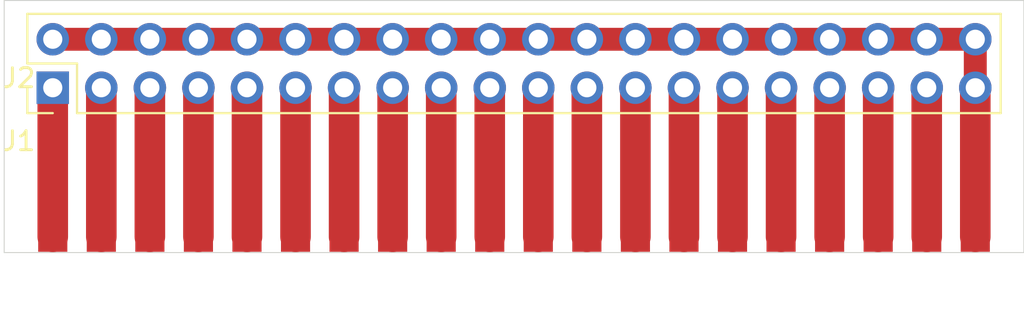
<source format=kicad_pcb>
(kicad_pcb (version 20211014) (generator pcbnew)
  (layers (0 "F.Cu" signal) (31 "B.Cu" signal) (34 "B.Paste" user) (35 "F.Paste" user) (36 "B.SilkS" user "B.Silkscreen") (37 "F.SilkS" user "F.Silkscreen") (38 "B.Mask" user) (39 "F.Mask" user) (44 "Edge.Cuts" user))
  (net 0 "")
  (net 1 "Net-(J1-Pad20)")
  (net 2 "Net-(J1-Pad18)")
  (net 3 "Net-(J1-Pad16)")
  (net 4 "Net-(J1-Pad14)")
  (net 5 "Net-(J1-Pad12)")
  (net 6 "Net-(J1-Pad10)")
  (net 7 "Net-(J1-Pad8)")
  (net 8 "Net-(J1-Pad6)")
  (net 9 "Net-(J1-Pad4)")
  (net 10 "Net-(J1-Pad2)")
  (net 11 "Net-(J1-Pad19)")
  (net 12 "Net-(J1-Pad17)")
  (net 13 "Net-(J1-Pad15)")
  (net 14 "Net-(J1-Pad13)")
  (net 15 "Net-(J1-Pad11)")
  (net 16 "Net-(J1-Pad9)")
  (net 17 "Net-(J1-Pad7)")
  (net 18 "Net-(J1-Pad5)")
  (net 19 "Net-(J1-Pad3)")
  (net 20 "Net-(J1-Pad1)")
  (footprint "Card:Card _Edge_20P" (layer "F.Cu") (at 116.84 124.968)
    (fp_text reference "J1" (at -9.398 -5.842) (layer "F.SilkS"))
    (fp_text value "Conn_01x20_Male")
    (pad "1" smd rect locked (at -7.62 -2.54) (size 1.524 5) (layers "F.Cu" "F.Paste" "F.Mask") (net 20 "Net-(J1-Pad1)"))
    (pad "2" smd rect locked (at -5.08 -2.54) (size 1.524 5) (layers "F.Cu" "F.Paste" "F.Mask") (net 10 "Net-(J1-Pad2)"))
    (pad "3" smd rect locked (at -2.54 -2.54) (size 1.524 5) (layers "F.Cu" "F.Paste" "F.Mask") (net 19 "Net-(J1-Pad3)"))
    (pad "4" smd rect locked (at 0 -2.54) (size 1.524 5) (layers "F.Cu" "F.Paste" "F.Mask") (net 9 "Net-(J1-Pad4)"))
    (pad "5" smd rect locked (at 2.54 -2.54) (size 1.524 5) (layers "F.Cu" "F.Paste" "F.Mask") (net 18 "Net-(J1-Pad5)"))
    (pad "6" smd rect locked (at 5.08 -2.54) (size 1.524 5) (layers "F.Cu" "F.Paste" "F.Mask") (net 8 "Net-(J1-Pad6)"))
    (pad "7" smd rect locked (at 7.62 -2.54) (size 1.524 5) (layers "F.Cu" "F.Paste" "F.Mask") (net 17 "Net-(J1-Pad7)"))
    (pad "8" smd rect locked (at 10.16 -2.54) (size 1.524 5) (layers "F.Cu" "F.Paste" "F.Mask") (net 7 "Net-(J1-Pad8)"))
    (pad "9" smd rect locked (at 12.7 -2.54) (size 1.524 5) (layers "F.Cu" "F.Paste" "F.Mask") (net 16 "Net-(J1-Pad9)"))
    (pad "10" smd rect locked (at 15.24 -2.54) (size 1.524 5) (layers "F.Cu" "F.Paste" "F.Mask") (net 6 "Net-(J1-Pad10)"))
    (pad "11" smd rect locked (at 17.78 -2.54) (size 1.524 5) (layers "F.Cu" "F.Paste" "F.Mask") (net 15 "Net-(J1-Pad11)"))
    (pad "12" smd rect locked (at 20.32 -2.54) (size 1.524 5) (layers "F.Cu" "F.Paste" "F.Mask") (net 5 "Net-(J1-Pad12)"))
    (pad "13" smd rect locked (at 22.86 -2.54) (size 1.524 5) (layers "F.Cu" "F.Paste" "F.Mask") (net 14 "Net-(J1-Pad13)"))
    (pad "14" smd rect locked (at 25.4 -2.54) (size 1.524 5) (layers "F.Cu" "F.Paste" "F.Mask") (net 4 "Net-(J1-Pad14)"))
    (pad "15" smd rect locked (at 27.94 -2.54) (size 1.524 5) (layers "F.Cu" "F.Paste" "F.Mask") (net 13 "Net-(J1-Pad15)"))
    (pad "16" smd rect locked (at 30.48 -2.54) (size 1.524 5) (layers "F.Cu" "F.Paste" "F.Mask") (net 3 "Net-(J1-Pad16)"))
    (pad "17" smd rect locked (at 33.02 -2.54) (size 1.524 5) (layers "F.Cu" "F.Paste" "F.Mask") (net 12 "Net-(J1-Pad17)"))
    (pad "18" smd rect locked (at 35.56 -2.54) (size 1.524 5) (layers "F.Cu" "F.Paste" "F.Mask") (net 2 "Net-(J1-Pad18)"))
    (pad "19" smd rect locked (at 38.1 -2.54) (size 1.524 5) (layers "F.Cu" "F.Paste" "F.Mask") (net 11 "Net-(J1-Pad19)"))
    (pad "20" smd rect locked (at 40.64 -2.54) (size 1.524 5) (layers "F.Cu" "F.Paste" "F.Mask") (net 1 "Net-(J1-Pad20)"))
  )
  (footprint "Connector_PinHeader_2.54mm:PinHeader_2x20_P2.54mm_Vertical" (layer "F.Cu") (at 109.22 116.332 90)
    (fp_text reference "J2" (at 0.508 -1.778 180) (layer "F.SilkS"))
    (fp_text value "Conn_02x20_Odd_Even" hide)
    (fp_line (start -1.33 1.27) (end 1.27 1.27) (layer "F.SilkS") (width 0.12))
    (fp_line (start -1.33 49.59) (end 3.87 49.59) (layer "F.SilkS") (width 0.12))
    (fp_line (start 1.27 1.27) (end 1.27 -1.33) (layer "F.SilkS") (width 0.12))
    (fp_line (start -1.33 -1.33) (end 0 -1.33) (layer "F.SilkS") (width 0.12))
    (fp_line (start -1.33 0) (end -1.33 -1.33) (layer "F.SilkS") (width 0.12))
    (fp_line (start -1.33 1.27) (end -1.33 49.59) (layer "F.SilkS") (width 0.12))
    (fp_line (start 3.87 -1.33) (end 3.87 49.59) (layer "F.SilkS") (width 0.12))
    (fp_line (start 1.27 -1.33) (end 3.87 -1.33) (layer "F.SilkS") (width 0.12))
    (pad "1" thru_hole rect locked (at 0 0 90) (size 1.7 1.7) (drill 1) (layers *.Cu *.Mask) (net 20 "Net-(J1-Pad1)"))
    (pad "2" thru_hole oval locked (at 2.54 0 90) (size 1.7 1.7) (drill 1) (layers *.Cu *.Mask) (net 1 "Net-(J1-Pad20)"))
    (pad "3" thru_hole oval locked (at 0 2.54 90) (size 1.7 1.7) (drill 1) (layers *.Cu *.Mask) (net 10 "Net-(J1-Pad2)"))
    (pad "4" thru_hole oval locked (at 2.54 2.54 90) (size 1.7 1.7) (drill 1) (layers *.Cu *.Mask) (net 1 "Net-(J1-Pad20)"))
    (pad "5" thru_hole oval locked (at 0 5.08 90) (size 1.7 1.7) (drill 1) (layers *.Cu *.Mask) (net 19 "Net-(J1-Pad3)"))
    (pad "6" thru_hole oval locked (at 2.54 5.08 90) (size 1.7 1.7) (drill 1) (layers *.Cu *.Mask) (net 1 "Net-(J1-Pad20)"))
    (pad "7" thru_hole oval locked (at 0 7.62 90) (size 1.7 1.7) (drill 1) (layers *.Cu *.Mask) (net 9 "Net-(J1-Pad4)"))
    (pad "8" thru_hole oval locked (at 2.54 7.62 90) (size 1.7 1.7) (drill 1) (layers *.Cu *.Mask) (net 1 "Net-(J1-Pad20)"))
    (pad "9" thru_hole oval locked (at 0 10.16 90) (size 1.7 1.7) (drill 1) (layers *.Cu *.Mask) (net 18 "Net-(J1-Pad5)"))
    (pad "10" thru_hole oval locked (at 2.54 10.16 90) (size 1.7 1.7) (drill 1) (layers *.Cu *.Mask) (net 1 "Net-(J1-Pad20)"))
    (pad "11" thru_hole oval locked (at 0 12.7 90) (size 1.7 1.7) (drill 1) (layers *.Cu *.Mask) (net 8 "Net-(J1-Pad6)"))
    (pad "12" thru_hole oval locked (at 2.54 12.7 90) (size 1.7 1.7) (drill 1) (layers *.Cu *.Mask) (net 1 "Net-(J1-Pad20)"))
    (pad "13" thru_hole oval locked (at 0 15.24 90) (size 1.7 1.7) (drill 1) (layers *.Cu *.Mask) (net 17 "Net-(J1-Pad7)"))
    (pad "14" thru_hole oval locked (at 2.54 15.24 90) (size 1.7 1.7) (drill 1) (layers *.Cu *.Mask) (net 1 "Net-(J1-Pad20)"))
    (pad "15" thru_hole oval locked (at 0 17.78 90) (size 1.7 1.7) (drill 1) (layers *.Cu *.Mask) (net 7 "Net-(J1-Pad8)"))
    (pad "16" thru_hole oval locked (at 2.54 17.78 90) (size 1.7 1.7) (drill 1) (layers *.Cu *.Mask) (net 1 "Net-(J1-Pad20)"))
    (pad "17" thru_hole oval locked (at 0 20.32 90) (size 1.7 1.7) (drill 1) (layers *.Cu *.Mask) (net 16 "Net-(J1-Pad9)"))
    (pad "18" thru_hole oval locked (at 2.54 20.32 90) (size 1.7 1.7) (drill 1) (layers *.Cu *.Mask) (net 1 "Net-(J1-Pad20)"))
    (pad "19" thru_hole oval locked (at 0 22.86 90) (size 1.7 1.7) (drill 1) (layers *.Cu *.Mask) (net 6 "Net-(J1-Pad10)"))
    (pad "20" thru_hole oval locked (at 2.54 22.86 90) (size 1.7 1.7) (drill 1) (layers *.Cu *.Mask) (net 1 "Net-(J1-Pad20)"))
    (pad "21" thru_hole oval locked (at 0 25.4 90) (size 1.7 1.7) (drill 1) (layers *.Cu *.Mask) (net 15 "Net-(J1-Pad11)"))
    (pad "22" thru_hole oval locked (at 2.54 25.4 90) (size 1.7 1.7) (drill 1) (layers *.Cu *.Mask) (net 1 "Net-(J1-Pad20)"))
    (pad "23" thru_hole oval locked (at 0 27.94 90) (size 1.7 1.7) (drill 1) (layers *.Cu *.Mask) (net 5 "Net-(J1-Pad12)"))
    (pad "24" thru_hole oval locked (at 2.54 27.94 90) (size 1.7 1.7) (drill 1) (layers *.Cu *.Mask) (net 1 "Net-(J1-Pad20)"))
    (pad "25" thru_hole oval locked (at 0 30.48 90) (size 1.7 1.7) (drill 1) (layers *.Cu *.Mask) (net 14 "Net-(J1-Pad13)"))
    (pad "26" thru_hole oval locked (at 2.54 30.48 90) (size 1.7 1.7) (drill 1) (layers *.Cu *.Mask) (net 1 "Net-(J1-Pad20)"))
    (pad "27" thru_hole oval locked (at 0 33.02 90) (size 1.7 1.7) (drill 1) (layers *.Cu *.Mask) (net 4 "Net-(J1-Pad14)"))
    (pad "28" thru_hole oval locked (at 2.54 33.02 90) (size 1.7 1.7) (drill 1) (layers *.Cu *.Mask) (net 1 "Net-(J1-Pad20)"))
    (pad "29" thru_hole oval locked (at 0 35.56 90) (size 1.7 1.7) (drill 1) (layers *.Cu *.Mask) (net 13 "Net-(J1-Pad15)"))
    (pad "30" thru_hole oval locked (at 2.54 35.56 90) (size 1.7 1.7) (drill 1) (layers *.Cu *.Mask) (net 1 "Net-(J1-Pad20)"))
    (pad "31" thru_hole oval locked (at 0 38.1 90) (size 1.7 1.7) (drill 1) (layers *.Cu *.Mask) (net 3 "Net-(J1-Pad16)"))
    (pad "32" thru_hole oval locked (at 2.54 38.1 90) (size 1.7 1.7) (drill 1) (layers *.Cu *.Mask) (net 1 "Net-(J1-Pad20)"))
    (pad "33" thru_hole oval locked (at 0 40.64 90) (size 1.7 1.7) (drill 1) (layers *.Cu *.Mask) (net 12 "Net-(J1-Pad17)"))
    (pad "34" thru_hole oval locked (at 2.54 40.64 90) (size 1.7 1.7) (drill 1) (layers *.Cu *.Mask) (net 1 "Net-(J1-Pad20)"))
    (pad "35" thru_hole oval locked (at 0 43.18 90) (size 1.7 1.7) (drill 1) (layers *.Cu *.Mask) (net 2 "Net-(J1-Pad18)"))
    (pad "36" thru_hole oval locked (at 2.54 43.18 90) (size 1.7 1.7) (drill 1) (layers *.Cu *.Mask) (net 1 "Net-(J1-Pad20)"))
    (pad "37" thru_hole oval locked (at 0 45.72 90) (size 1.7 1.7) (drill 1) (layers *.Cu *.Mask) (net 11 "Net-(J1-Pad19)"))
    (pad "38" thru_hole oval locked (at 2.54 45.72 90) (size 1.7 1.7) (drill 1) (layers *.Cu *.Mask) (net 1 "Net-(J1-Pad20)"))
    (pad "39" thru_hole oval locked (at 0 48.26 90) (size 1.7 1.7) (drill 1) (layers *.Cu *.Mask) (net 1 "Net-(J1-Pad20)"))
    (pad "40" thru_hole oval locked (at 2.54 48.26 90) (size 1.7 1.7) (drill 1) (layers *.Cu *.Mask) (net 1 "Net-(J1-Pad20)"))
  )
  (gr_line (start 160.02 111.76) (end 160.02 124.968) (layer "Edge.Cuts") (width 0.05))
  (gr_line (start 106.68 124.968) (end 106.68 111.76) (layer "Edge.Cuts") (width 0.05))
  (gr_line (start 106.68 111.76) (end 160.02 111.76) (layer "Edge.Cuts") (width 0.05))
  (gr_line (start 106.68 124.968) (end 160.02 124.968) (layer "Edge.Cuts") (width 0.05))
  (segment (start 121.92 113.792) (end 124.46 113.792) (width 1.2) (layer "F.Cu") (net 1))
  (segment (start 127 113.792) (end 129.54 113.792) (width 1.2) (layer "F.Cu") (net 1))
  (segment (start 147.32 113.792) (end 149.86 113.792) (width 1.2) (layer "F.Cu") (net 1))
  (segment (start 139.7 113.792) (end 142.24 113.792) (width 1.2) (layer "F.Cu") (net 1))
  (segment (start 124.46 113.792) (end 127 113.792) (width 1.2) (layer "F.Cu") (net 1))
  (segment (start 142.24 113.792) (end 144.78 113.792) (width 1.2) (layer "F.Cu") (net 1))
  (segment (start 157.48 116.332) (end 157.48 124.14299) (width 1.6) (layer "F.Cu") (net 1))
  (segment (start 152.4 113.792) (end 154.94 113.792) (width 1.2) (layer "F.Cu") (net 1))
  (segment (start 119.38 113.792) (end 121.92 113.792) (width 1.2) (layer "F.Cu") (net 1))
  (segment (start 132.08 113.792) (end 134.62 113.792) (width 1.2) (layer "F.Cu") (net 1))
  (segment (start 109.22 113.792) (end 111.76 113.792) (width 1.2) (layer "F.Cu") (net 1))
  (segment (start 116.84 113.792) (end 119.38 113.792) (width 1.2) (layer "F.Cu") (net 1))
  (segment (start 144.78 113.792) (end 147.32 113.792) (width 1.2) (layer "F.Cu") (net 1))
  (segment (start 149.86 113.792) (end 152.4 113.792) (width 1.2) (layer "F.Cu") (net 1))
  (segment (start 114.3 113.792) (end 116.84 113.792) (width 1.2) (layer "F.Cu") (net 1))
  (segment (start 111.76 113.792) (end 114.3 113.792) (width 1.2) (layer "F.Cu") (net 1))
  (segment (start 137.16 113.792) (end 139.7 113.792) (width 1.2) (layer "F.Cu") (net 1))
  (segment (start 157.48 113.792) (end 157.48 116.332) (width 1.2) (layer "F.Cu") (net 1))
  (segment (start 129.54 113.792) (end 132.08 113.792) (width 1.2) (layer "F.Cu") (net 1))
  (segment (start 154.94 113.792) (end 157.48 113.792) (width 1.2) (layer "F.Cu") (net 1))
  (segment (start 134.62 113.792) (end 137.16 113.792) (width 1.2) (layer "F.Cu") (net 1))
  (segment (start 152.4 116.332) (end 152.4 124.14299) (width 1.6) (layer "F.Cu") (net 2))
  (segment (start 147.32 116.332) (end 147.32 124.14299) (width 1.6) (layer "F.Cu") (net 3))
  (segment (start 142.24 116.332) (end 142.24 124.14299) (width 1.6) (layer "F.Cu") (net 4))
  (segment (start 137.16 116.332) (end 137.16 124.14299) (width 1.6) (layer "F.Cu") (net 5))
  (segment (start 132.08 116.332) (end 132.08 124.14299) (width 1.6) (layer "F.Cu") (net 6))
  (segment (start 127 116.332) (end 127 124.14299) (width 1.6) (layer "F.Cu") (net 7))
  (segment (start 121.92 116.332) (end 121.92 124.14299) (width 1.6) (layer "F.Cu") (net 8))
  (segment (start 116.84 116.332) (end 116.84 124.14299) (width 1.6) (layer "F.Cu") (net 9))
  (segment (start 111.76 116.332) (end 111.76 124.14299) (width 1.6) (layer "F.Cu") (net 10))
  (segment (start 154.94 116.332) (end 154.94 124.14299) (width 1.6) (layer "F.Cu") (net 11))
  (segment (start 149.86 116.332) (end 149.86 124.14299) (width 1.6) (layer "F.Cu") (net 12))
  (segment (start 144.78 116.332) (end 144.78 124.14299) (width 1.6) (layer "F.Cu") (net 13))
  (segment (start 139.7 116.332) (end 139.7 124.14299) (width 1.6) (layer "F.Cu") (net 14))
  (segment (start 134.62 116.332) (end 134.62 124.14299) (width 1.6) (layer "F.Cu") (net 15))
  (segment (start 129.54 116.332) (end 129.54 124.14299) (width 1.6) (layer "F.Cu") (net 16))
  (segment (start 124.46 116.332) (end 124.46 124.14299) (width 1.6) (layer "F.Cu") (net 17))
  (segment (start 119.38 116.332) (end 119.38 124.14299) (width 1.6) (layer "F.Cu") (net 18))
  (segment (start 114.3 116.332) (end 114.3 124.14299) (width 1.6) (layer "F.Cu") (net 19))
  (segment (start 109.22 116.332) (end 109.22 124.14299) (width 1.6) (layer "F.Cu") (net 20))
)
</source>
